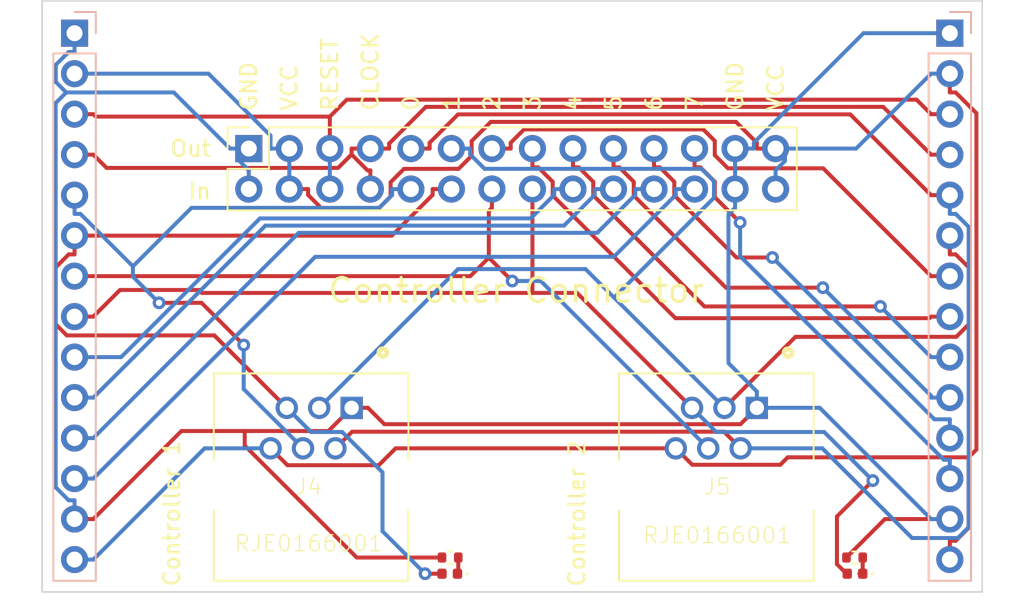
<source format=kicad_pcb>
(kicad_pcb (version 20221018) (generator pcbnew)
  (layers (0 "F.Cu" signal) (31 "B.Cu" signal) (34 "B.Paste" user) (35 "F.Paste" user) (36 "B.SilkS" user "B.Silkscreen") (37 "F.SilkS" user "F.Silkscreen") (38 "B.Mask" user) (39 "F.Mask" user) (44 "Edge.Cuts" user))
  (net 0 "")
  (net 1 "IN1")
  (net 2 "IN3")
  (net 3 "GND")
  (net 4 "VCC")
  (net 5 "RESET")
  (net 6 "CLOCK")
  (net 7 "OUT0")
  (net 8 "OUT1")
  (net 9 "OUT2")
  (net 10 "OUT3")
  (net 11 "OUT4")
  (net 12 "OUT5")
  (net 13 "OUT6")
  (net 14 "OUT7")
  (net 15 "IN0")
  (net 16 "IN2")
  (net 17 "IN4")
  (net 18 "IN5")
  (net 19 "IN6")
  (net 20 "IN7")
  (net 21 "Net-(D1-K)")
  (net 22 "Net-(D2-K)")
  (footprint "Resistor_SMD:R_0402_1005Metric" (layer "F.Cu") (at 105.789 87.249 180)
    (fp_text reference "R2" hide)
    (fp_text value "10k")
    (fp_line (start -0.153641 -0.38) (end 0.153641 -0.38) (stroke (width 0.12)) (layer "F.SilkS"))
    (fp_line (start -0.153641 0.38) (end 0.153641 0.38) (stroke (width 0.12)) (layer "F.SilkS"))
    (pad "1" smd roundrect (at -0.51 0 180) (size 0.54 0.64) (layers "F.Cu" "F.Paste" "F.Mask") (net 22 "Net-(D2-K)"))
    (pad "2" smd roundrect (at 0.51 0 180) (size 0.54 0.64) (layers "F.Cu" "F.Paste" "F.Mask") (net 3 "GND"))
  )
  (footprint "updated_libs:Connfly_RJ12_DS1133-S60BPX" (layer "F.Cu") (at 97.124 82.699)
    (fp_text reference "J5" (at 0.054 0.105) (layer "F.SilkS") (effects (font (thickness 0.08))))
    (fp_text value "RJE0166001" (at 0.054 3.153) (layer "F.SilkS") (effects (font (thickness 0.08))))
    (fp_line (start -6.1 -7) (end -6.1 -1.6) (stroke (width 0.12)) (layer "F.SilkS"))
    (fp_line (start -6.1 -7) (end 6.1 -7) (stroke (width 0.127)) (layer "F.SilkS"))
    (fp_line (start -6.1 6) (end -6.1 1.6) (stroke (width 0.127)) (layer "F.SilkS"))
    (fp_line (start 6.1 -7) (end 6.1 -1.6) (stroke (width 0.12)) (layer "F.SilkS"))
    (fp_line (start 6.1 1.6) (end 6.1 6) (stroke (width 0.127)) (layer "F.SilkS"))
    (fp_line (start 6.1 6) (end -6.1 6) (stroke (width 0.127)) (layer "F.SilkS"))
    (fp_circle (center 4.5 -8.3) (end 4.6 -8.3) (stroke (width 0.3)) (fill none) (layer "F.SilkS"))
    (pad "" np_thru_hole circle (at -6 0) (size 2.3 2.3) (drill 2.3) (layers "F&B.Cu" "*.Mask"))
    (pad "" np_thru_hole circle (at 6 0) (size 2.3 2.3) (drill 2.3) (layers "F&B.Cu" "*.Mask"))
    (pad "1" thru_hole rect (at 2.54 -4.84) (size 1.4 1.4) (drill 0.9) (layers "*.Cu" "*.Mask") (net 3 "GND"))
    (pad "2" thru_hole circle (at 1.524 -2.3) (size 1.4 1.4) (drill 0.9) (layers "*.Cu" "*.Mask") (net 7 "OUT0"))
    (pad "3" thru_hole circle (at 0.508 -4.84) (size 1.4 1.4) (drill 0.9) (layers "*.Cu" "*.Mask") (net 8 "OUT1"))
    (pad "4" thru_hole circle (at -0.508 -2.3) (size 1.4 1.4) (drill 0.9) (layers "*.Cu" "*.Mask") (net 16 "IN2"))
    (pad "5" thru_hole circle (at -1.524 -4.84) (size 1.4 1.4) (drill 0.9) (layers "*.Cu" "*.Mask") (net 2 "IN3"))
    (pad "6" thru_hole circle (at -2.54 -2.3) (size 1.4 1.4) (drill 0.9) (layers "*.Cu" "*.Mask") (net 4 "VCC"))
  )
  (footprint "LED_SMD:LED_0402_1005Metric" (layer "F.Cu") (at 80.414 88.265 180)
    (fp_text reference "D1" hide)
    (fp_text value "LED")
    (fp_circle (center -1.09 0) (end -1.04 0) (stroke (width 0.1)) (fill none) (layer "F.SilkS"))
    (pad "1" smd roundrect (at -0.485 0 180) (size 0.59 0.64) (layers "F.Cu" "F.Paste" "F.Mask") (net 21 "Net-(D1-K)"))
    (pad "2" smd roundrect (at 0.485 0 180) (size 0.59 0.64) (layers "F.Cu" "F.Paste" "F.Mask") (net 1 "IN1"))
  )
  (footprint "Resistor_SMD:R_0402_1005Metric" (layer "F.Cu") (at 80.439 87.249 180)
    (fp_text reference "R1" hide)
    (fp_text value "10k")
    (fp_line (start -0.153641 -0.38) (end 0.153641 -0.38) (stroke (width 0.12)) (layer "F.SilkS"))
    (fp_line (start -0.153641 0.38) (end 0.153641 0.38) (stroke (width 0.12)) (layer "F.SilkS"))
    (pad "1" smd roundrect (at -0.51 0 180) (size 0.54 0.64) (layers "F.Cu" "F.Paste" "F.Mask") (net 21 "Net-(D1-K)"))
    (pad "2" smd roundrect (at 0.51 0 180) (size 0.54 0.64) (layers "F.Cu" "F.Paste" "F.Mask") (net 3 "GND"))
  )
  (footprint "updated_libs:Connfly_RJ12_DS1133-S60BPX" (layer "F.Cu") (at 71.724 82.699)
    (fp_text reference "J4" (at -0.152 0.105) (layer "F.SilkS") (effects (font (thickness 0.08))))
    (fp_text value "RJE0166001" (at -0.152 3.661) (layer "F.SilkS") (effects (font (thickness 0.08))))
    (fp_line (start -6.1 -7) (end -6.1 -1.6) (stroke (width 0.12)) (layer "F.SilkS"))
    (fp_line (start -6.1 -7) (end 6.1 -7) (stroke (width 0.127)) (layer "F.SilkS"))
    (fp_line (start -6.1 6) (end -6.1 1.6) (stroke (width 0.127)) (layer "F.SilkS"))
    (fp_line (start 6.1 -7) (end 6.1 -1.6) (stroke (width 0.12)) (layer "F.SilkS"))
    (fp_line (start 6.1 1.6) (end 6.1 6) (stroke (width 0.127)) (layer "F.SilkS"))
    (fp_line (start 6.1 6) (end -6.1 6) (stroke (width 0.127)) (layer "F.SilkS"))
    (fp_circle (center 4.5 -8.3) (end 4.6 -8.3) (stroke (width 0.3)) (fill none) (layer "F.SilkS"))
    (pad "" np_thru_hole circle (at -6 0) (size 2.3 2.3) (drill 2.3) (layers "F&B.Cu" "*.Mask"))
    (pad "" np_thru_hole circle (at 6 0) (size 2.3 2.3) (drill 2.3) (layers "F&B.Cu" "*.Mask"))
    (pad "1" thru_hole rect (at 2.54 -4.84) (size 1.4 1.4) (drill 0.9) (layers "*.Cu" "*.Mask") (net 3 "GND"))
    (pad "2" thru_hole circle (at 1.524 -2.3) (size 1.4 1.4) (drill 0.9) (layers "*.Cu" "*.Mask") (net 7 "OUT0"))
    (pad "3" thru_hole circle (at 0.508 -4.84) (size 1.4 1.4) (drill 0.9) (layers "*.Cu" "*.Mask") (net 8 "OUT1"))
    (pad "4" thru_hole circle (at -0.508 -2.3) (size 1.4 1.4) (drill 0.9) (layers "*.Cu" "*.Mask") (net 15 "IN0"))
    (pad "5" thru_hole circle (at -1.524 -4.84) (size 1.4 1.4) (drill 0.9) (layers "*.Cu" "*.Mask") (net 1 "IN1"))
    (pad "6" thru_hole circle (at -2.54 -2.3) (size 1.4 1.4) (drill 0.9) (layers "*.Cu" "*.Mask") (net 4 "VCC"))
  )
  (footprint "Connector_PinSocket_2.54mm:PinSocket_2x14_P2.54mm_Vertical" (layer "F.Cu") (at 67.818 61.595 90)
    (fp_text reference "J3" hide)
    (fp_text value "Conn_02x14_Top_Bottom" hide)
    (fp_line (start -3.87 -1.33) (end -3.87 34.35) (stroke (width 0.12)) (layer "F.SilkS"))
    (fp_line (start -3.87 -1.33) (end -1.27 -1.33) (stroke (width 0.12)) (layer "F.SilkS"))
    (fp_line (start -3.87 34.35) (end 1.33 34.35) (stroke (width 0.12)) (layer "F.SilkS"))
    (fp_line (start -1.27 -1.33) (end -1.27 1.27) (stroke (width 0.12)) (layer "F.SilkS"))
    (fp_line (start -1.27 1.27) (end 1.33 1.27) (stroke (width 0.12)) (layer "F.SilkS"))
    (fp_line (start 0 -1.33) (end 1.33 -1.33) (stroke (width 0.12)) (layer "F.SilkS"))
    (fp_line (start 1.33 -1.33) (end 1.33 0) (stroke (width 0.12)) (layer "F.SilkS"))
    (fp_line (start 1.33 1.27) (end 1.33 34.35) (stroke (width 0.12)) (layer "F.SilkS"))
    (pad "1" thru_hole rect (at 0 0 90) (size 1.7 1.7) (drill 1) (layers "*.Cu" "*.Mask") (net 3 "GND"))
    (pad "2" thru_hole oval (at -2.54 0 90) (size 1.7 1.7) (drill 1) (layers "*.Cu" "*.Mask") (net 3 "GND"))
    (pad "3" thru_hole oval (at 0 2.54 90) (size 1.7 1.7) (drill 1) (layers "*.Cu" "*.Mask") (net 4 "VCC"))
    (pad "4" thru_hole oval (at -2.54 2.54 90) (size 1.7 1.7) (drill 1) (layers "*.Cu" "*.Mask") (net 4 "VCC"))
    (pad "5" thru_hole oval (at 0 5.08 90) (size 1.7 1.7) (drill 1) (layers "*.Cu" "*.Mask") (net 5 "RESET"))
    (pad "6" thru_hole oval (at -2.54 5.08 90) (size 1.7 1.7) (drill 1) (layers "*.Cu" "*.Mask") (net 5 "RESET"))
    (pad "7" thru_hole oval (at 0 7.62 90) (size 1.7 1.7) (drill 1) (layers "*.Cu" "*.Mask") (net 6 "CLOCK"))
    (pad "8" thru_hole oval (at -2.54 7.62 90) (size 1.7 1.7) (drill 1) (layers "*.Cu" "*.Mask") (net 6 "CLOCK"))
    (pad "9" thru_hole oval (at 0 10.16 90) (size 1.7 1.7) (drill 1) (layers "*.Cu" "*.Mask") (net 7 "OUT0"))
    (pad "10" thru_hole oval (at -2.54 10.16 90) (size 1.7 1.7) (drill 1) (layers "*.Cu" "*.Mask") (net 15 "IN0"))
    (pad "11" thru_hole oval (at 0 12.7 90) (size 1.7 1.7) (drill 1) (layers "*.Cu" "*.Mask") (net 8 "OUT1"))
    (pad "12" thru_hole oval (at -2.54 12.7 90) (size 1.7 1.7) (drill 1) (layers "*.Cu" "*.Mask") (net 1 "IN1"))
    (pad "13" thru_hole oval (at 0 15.24 90) (size 1.7 1.7) (drill 1) (layers "*.Cu" "*.Mask") (net 9 "OUT2"))
    (pad "14" thru_hole oval (at -2.54 15.24 90) (size 1.7 1.7) (drill 1) (layers "*.Cu" "*.Mask") (net 16 "IN2"))
    (pad "15" thru_hole oval (at 0 17.78 90) (size 1.7 1.7) (drill 1) (layers "*.Cu" "*.Mask") (net 10 "OUT3"))
    (pad "16" thru_hole oval (at -2.54 17.78 90) (size 1.7 1.7) (drill 1) (layers "*.Cu" "*.Mask") (net 2 "IN3"))
    (pad "17" thru_hole oval (at 0 20.32 90) (size 1.7 1.7) (drill 1) (layers "*.Cu" "*.Mask") (net 11 "OUT4"))
    (pad "18" thru_hole oval (at -2.54 20.32 90) (size 1.7 1.7) (drill 1) (layers "*.Cu" "*.Mask") (net 17 "IN4"))
    (pad "19" thru_hole oval (at 0 22.86 90) (size 1.7 1.7) (drill 1) (layers "*.Cu" "*.Mask") (net 12 "OUT5"))
    (pad "20" thru_hole oval (at -2.54 22.86 90) (size 1.7 1.7) (drill 1) (layers "*.Cu" "*.Mask") (net 18 "IN5"))
    (pad "21" thru_hole oval (at 0 25.4 90) (size 1.7 1.7) (drill 1) (layers "*.Cu" "*.Mask") (net 13 "OUT6"))
    (pad "22" thru_hole oval (at -2.54 25.4 90) (size 1.7 1.7) (drill 1) (layers "*.Cu" "*.Mask") (net 19 "IN6"))
    (pad "23" thru_hole oval (at 0 27.94 90) (size 1.7 1.7) (drill 1) (layers "*.Cu" "*.Mask") (net 14 "OUT7"))
    (pad "24" thru_hole oval (at -2.54 27.94 90) (size 1.7 1.7) (drill 1) (layers "*.Cu" "*.Mask") (net 20 "IN7"))
    (pad "25" thru_hole oval (at 0 30.48 90) (size 1.7 1.7) (drill 1) (layers "*.Cu" "*.Mask") (net 3 "GND"))
    (pad "26" thru_hole oval (at -2.54 30.48 90) (size 1.7 1.7) (drill 1) (layers "*.Cu" "*.Mask") (net 3 "GND"))
    (pad "27" thru_hole oval (at 0 33.02 90) (size 1.7 1.7) (drill 1) (layers "*.Cu" "*.Mask") (net 4 "VCC"))
    (pad "28" thru_hole oval (at -2.54 33.02 90) (size 1.7 1.7) (drill 1) (layers "*.Cu" "*.Mask") (net 4 "VCC"))
  )
  (footprint "LED_SMD:LED_0402_1005Metric" (layer "F.Cu") (at 105.814 88.265 180)
    (fp_text reference "D2" hide)
    (fp_text value "LED")
    (fp_circle (center -1.09 0) (end -1.04 0) (stroke (width 0.1)) (fill none) (layer "F.SilkS"))
    (pad "1" smd roundrect (at -0.485 0 180) (size 0.59 0.64) (layers "F.Cu" "F.Paste" "F.Mask") (net 22 "Net-(D2-K)"))
    (pad "2" smd roundrect (at 0.485 0 180) (size 0.59 0.64) (layers "F.Cu" "F.Paste" "F.Mask") (net 2 "IN3"))
  )
  (footprint "Connector_PinHeader_2.54mm:PinHeader_1x14_P2.54mm_Vertical" (layer "B.Cu") (at 56.896 54.356 180)
    (fp_text reference "J2" hide)
    (fp_text value "Conn_01x14")
    (fp_line (start -1.33 -34.35) (end 1.33 -34.35) (stroke (width 0.12)) (layer "B.SilkS"))
    (fp_line (start -1.33 -1.27) (end -1.33 -34.35) (stroke (width 0.12)) (layer "B.SilkS"))
    (fp_line (start -1.33 -1.27) (end 1.33 -1.27) (stroke (width 0.12)) (layer "B.SilkS"))
    (fp_line (start -1.33 0) (end -1.33 1.33) (stroke (width 0.12)) (layer "B.SilkS"))
    (fp_line (start -1.33 1.33) (end 0 1.33) (stroke (width 0.12)) (layer "B.SilkS"))
    (fp_line (start 1.33 -1.27) (end 1.33 -34.35) (stroke (width 0.12)) (layer "B.SilkS"))
    (pad "1" thru_hole rect (at 0 0 180) (size 1.7 1.7) (drill 1) (layers "*.Cu" "*.Mask") (net 3 "GND"))
    (pad "2" thru_hole oval (at 0 -2.54 180) (size 1.7 1.7) (drill 1) (layers "*.Cu" "*.Mask") (net 4 "VCC"))
    (pad "3" thru_hole oval (at 0 -5.08 180) (size 1.7 1.7) (drill 1) (layers "*.Cu" "*.Mask") (net 5 "RESET"))
    (pad "4" thru_hole oval (at 0 -7.62 180) (size 1.7 1.7) (drill 1) (layers "*.Cu" "*.Mask") (net 6 "CLOCK"))
    (pad "5" thru_hole oval (at 0 -10.16 180) (size 1.7 1.7) (drill 1) (layers "*.Cu" "*.Mask") (net 15 "IN0"))
    (pad "6" thru_hole oval (at 0 -12.7 180) (size 1.7 1.7) (drill 1) (layers "*.Cu" "*.Mask") (net 1 "IN1"))
    (pad "7" thru_hole oval (at 0 -15.24 180) (size 1.7 1.7) (drill 1) (layers "*.Cu" "*.Mask") (net 16 "IN2"))
    (pad "8" thru_hole oval (at 0 -17.78 180) (size 1.7 1.7) (drill 1) (layers "*.Cu" "*.Mask") (net 2 "IN3"))
    (pad "9" thru_hole oval (at 0 -20.32 180) (size 1.7 1.7) (drill 1) (layers "*.Cu" "*.Mask") (net 17 "IN4"))
    (pad "10" thru_hole oval (at 0 -22.86 180) (size 1.7 1.7) (drill 1) (layers "*.Cu" "*.Mask") (net 18 "IN5"))
    (pad "11" thru_hole oval (at 0 -25.4 180) (size 1.7 1.7) (drill 1) (layers "*.Cu" "*.Mask") (net 19 "IN6"))
    (pad "12" thru_hole oval (at 0 -27.94 180) (size 1.7 1.7) (drill 1) (layers "*.Cu" "*.Mask") (net 20 "IN7"))
    (pad "13" thru_hole oval (at 0 -30.48 180) (size 1.7 1.7) (drill 1) (layers "*.Cu" "*.Mask") (net 3 "GND"))
    (pad "14" thru_hole oval (at 0 -33.02 180) (size 1.7 1.7) (drill 1) (layers "*.Cu" "*.Mask") (net 4 "VCC"))
  )
  (footprint "Connector_PinHeader_2.54mm:PinHeader_1x14_P2.54mm_Vertical" (layer "B.Cu") (at 111.76 54.356 180)
    (fp_text reference "J1" hide)
    (fp_text value "Conn_01x14")
    (fp_line (start -1.33 -34.35) (end 1.33 -34.35) (stroke (width 0.12)) (layer "B.SilkS"))
    (fp_line (start -1.33 -1.27) (end -1.33 -34.35) (stroke (width 0.12)) (layer "B.SilkS"))
    (fp_line (start -1.33 -1.27) (end 1.33 -1.27) (stroke (width 0.12)) (layer "B.SilkS"))
    (fp_line (start -1.33 0) (end -1.33 1.33) (stroke (width 0.12)) (layer "B.SilkS"))
    (fp_line (start -1.33 1.33) (end 0 1.33) (stroke (width 0.12)) (layer "B.SilkS"))
    (fp_line (start 1.33 -1.27) (end 1.33 -34.35) (stroke (width 0.12)) (layer "B.SilkS"))
    (pad "1" thru_hole rect (at 0 0 180) (size 1.7 1.7) (drill 1) (layers "*.Cu" "*.Mask") (net 3 "GND"))
    (pad "2" thru_hole oval (at 0 -2.54 180) (size 1.7 1.7) (drill 1) (layers "*.Cu" "*.Mask") (net 4 "VCC"))
    (pad "3" thru_hole oval (at 0 -5.08 180) (size 1.7 1.7) (drill 1) (layers "*.Cu" "*.Mask") (net 5 "RESET"))
    (pad "4" thru_hole oval (at 0 -7.62 180) (size 1.7 1.7) (drill 1) (layers "*.Cu" "*.Mask") (net 6 "CLOCK"))
    (pad "5" thru_hole oval (at 0 -10.16 180) (size 1.7 1.7) (drill 1) (layers "*.Cu" "*.Mask") (net 7 "OUT0"))
    (pad "6" thru_hole oval (at 0 -12.7 180) (size 1.7 1.7) (drill 1) (layers "*.Cu" "*.Mask") (net 8 "OUT1"))
    (pad "7" thru_hole oval (at 0 -15.24 180) (size 1.7 1.7) (drill 1) (layers "*.Cu" "*.Mask") (net 9 "OUT2"))
    (pad "8" thru_hole oval (at 0 -17.78 180) (size 1.7 1.7) (drill 1) (layers "*.Cu" "*.Mask") (net 10 "OUT3"))
    (pad "9" thru_hole oval (at 0 -20.32 180) (size 1.7 1.7) (drill 1) (layers "*.Cu" "*.Mask") (net 11 "OUT4"))
    (pad "10" thru_hole oval (at 0 -22.86 180) (size 1.7 1.7) (drill 1) (layers "*.Cu" "*.Mask") (net 12 "OUT5"))
    (pad "11" thru_hole oval (at 0 -25.4 180) (size 1.7 1.7) (drill 1) (layers "*.Cu" "*.Mask") (net 13 "OUT6"))
    (pad "12" thru_hole oval (at 0 -27.94 180) (size 1.7 1.7) (drill 1) (layers "*.Cu" "*.Mask") (net 14 "OUT7"))
    (pad "13" thru_hole oval (at 0 -30.48 180) (size 1.7 1.7) (drill 1) (layers "*.Cu" "*.Mask") (net 3 "GND"))
    (pad "14" thru_hole oval (at 0 -33.02 180) (size 1.7 1.7) (drill 1) (layers "*.Cu" "*.Mask") (net 4 "VCC"))
  )
  (gr_line (start 113.792 89.408) (end 113.792 52.324) (stroke (width 0.1)) (layer "Edge.Cuts"))
  (gr_line (start 113.792 52.324) (end 54.864 52.324) (stroke (width 0.1)) (layer "Edge.Cuts"))
  (gr_line (start 54.864 89.408) (end 113.792 89.408) (stroke (width 0.1)) (layer "Edge.Cuts"))
  (gr_line (start 54.864 52.324) (end 54.864 89.408) (stroke (width 0.1)) (layer "Edge.Cuts"))
  (gr_text "6" (at 93.218 59.309 90) (layer "F.SilkS") (effects (font (size 1 1)) (justify left)))
  (gr_text "1" (at 80.518 59.309 90) (layer "F.SilkS") (effects (font (size 1 1)) (justify left)))
  (gr_text "CLOCK" (at 75.438 59.309 90) (layer "F.SilkS") (effects (font (size 1 1)) (justify left)))
  (gr_text "In" (at 65.532 64.262) (layer "F.SilkS") (effects (font (size 1 1)) (justify right)))
  (gr_text "Controller Connector" (at 84.582 71.374) (layer "F.SilkS") (effects (font (size 1.5 1.5) (thickness 0.2)) (justify bottom)))
  (gr_text "GND" (at 67.818 59.309 90) (layer "F.SilkS") (effects (font (size 1 1)) (justify left)))
  (gr_text "7" (at 95.758 59.309 90) (layer "F.SilkS") (effects (font (size 1 1)) (justify left)))
  (gr_text "Controller 1" (at 62.992 89.154 90) (layer "F.SilkS") (effects (font (size 1 1)) (justify left)))
  (gr_text "2" (at 83.058 59.309 90) (layer "F.SilkS") (effects (font (size 1 1)) (justify left)))
  (gr_text "VCC" (at 70.358 59.309 90) (layer "F.SilkS") (effects (font (size 1 1)) (justify left)))
  (gr_text "4" (at 88.138 59.309 90) (layer "F.SilkS") (effects (font (size 1 1)) (justify left)))
  (gr_text "Out" (at 65.532 61.595) (layer "F.SilkS") (effects (font (size 1 1)) (justify right)))
  (gr_text "0" (at 77.978 59.309 90) (layer "F.SilkS") (effects (font (size 1 1)) (justify left)))
  (gr_text "VCC" (at 100.838 59.309 90) (layer "F.SilkS") (effects (font (size 1 1)) (justify left)))
  (gr_text "RESET" (at 72.898 59.309 90) (layer "F.SilkS") (effects (font (size 1 1)) (justify left)))
  (gr_text "GND" (at 98.298 59.309 90) (layer "F.SilkS") (effects (font (size 1 1)) (justify left)))
  (gr_text "5" (at 90.678 59.309 90) (layer "F.SilkS") (effects (font (size 1 1)) (justify left)))
  (gr_text "3" (at 85.598 59.309 90) (layer "F.SilkS") (effects (font (size 1 1)) (justify left)))
  (gr_text "Controller 2" (at 88.392 89.154 90) (layer "F.SilkS") (effects (font (size 1 1)) (justify left)))
  (segment (start 56.896 68.2329) (end 56.5302 68.2329) (width 0.25) (layer "F.Cu") (net 1))
  (segment (start 65.6569 73.3159) (end 70.2 77.859) (width 0.25) (layer "F.Cu") (net 1))
  (segment (start 56.896 67.056) (end 56.896 68.2329) (width 0.25) (layer "F.Cu") (net 1))
  (segment (start 56.5302 68.2329) (end 55.7064 69.0567) (width 0.25) (layer "F.Cu") (net 1))
  (segment (start 78.867 88.265) (end 79.929 88.265) (width 0.25) (layer "F.Cu") (net 1))
  (segment (start 80.518 64.135) (end 79.3411 64.135) (width 0.25) (layer "F.Cu") (net 1))
  (segment (start 56.4115 73.3159) (end 65.6569 73.3159) (width 0.25) (layer "F.Cu") (net 1))
  (segment (start 55.7064 69.0567) (end 55.7064 72.6108) (width 0.25) (layer "F.Cu") (net 1))
  (segment (start 79.3411 64.135) (end 79.3411 64.5008) (width 0.25) (layer "F.Cu") (net 1))
  (segment (start 76.7859 67.056) (end 56.896 67.056) (width 0.25) (layer "F.Cu") (net 1))
  (segment (start 79.3411 64.5008) (end 76.7859 67.056) (width 0.25) (layer "F.Cu") (net 1))
  (segment (start 55.7064 72.6108) (end 56.4115 73.3159) (width 0.25) (layer "F.Cu") (net 1))
  (via (at 78.867 88.265) (size 0.8) (drill 0.4) (layers "F.Cu" "B.Cu") (net 1))
  (segment (start 71.715 79.374) (end 73.672569 79.374) (width 0.25) (layer "B.Cu") (net 1))
  (segment (start 76.199 81.900431) (end 76.199 85.597) (width 0.25) (layer "B.Cu") (net 1))
  (segment (start 73.672569 79.374) (end 76.199 81.900431) (width 0.25) (layer "B.Cu") (net 1))
  (segment (start 76.199 85.597) (end 78.867 88.265) (width 0.25) (layer "B.Cu") (net 1))
  (segment (start 70.2 77.859) (end 71.715 79.374) (width 0.25) (layer "B.Cu") (net 1))
  (segment (start 104.684 84.673) (end 104.684 87.666) (width 0.25) (layer "F.Cu") (net 2))
  (segment (start 85.598 64.135) (end 85.598 65.3119) (width 0.25) (layer "F.Cu") (net 2))
  (segment (start 59.7441 70.4648) (end 58.0729 72.136) (width 0.25) (layer "F.Cu") (net 2))
  (segment (start 105.283 88.265) (end 105.329 88.265) (width 0.25) (layer "F.Cu") (net 2))
  (segment (start 56.896 72.136) (end 58.0729 72.136) (width 0.25) (layer "F.Cu") (net 2))
  (segment (start 64.8748 70.6514) (end 64.6882 70.4648) (width 0.25) (layer "F.Cu") (net 2))
  (segment (start 64.6882 70.4648) (end 59.7441 70.4648) (width 0.25) (layer "F.Cu") (net 2))
  (segment (start 95.6 77.859) (end 88.3924 70.6514) (width 0.25) (layer "F.Cu") (net 2))
  (segment (start 88.3924 70.6514) (end 85.598 70.6514) (width 0.25) (layer "F.Cu") (net 2))
  (segment (start 85.598 70.6514) (end 64.8748 70.6514) (width 0.25) (layer "F.Cu") (net 2))
  (segment (start 104.684 87.666) (end 105.283 88.265) (width 0.25) (layer "F.Cu") (net 2))
  (segment (start 106.934 82.423) (end 104.684 84.673) (width 0.25) (layer "F.Cu") (net 2))
  (segment (start 85.598 70.6514) (end 85.598 65.3119) (width 0.25) (layer "F.Cu") (net 2))
  (via (at 106.934 82.423) (size 0.8) (drill 0.4) (layers "F.Cu" "B.Cu") (net 2))
  (segment (start 97.115 79.374) (end 103.885 79.374) (width 0.25) (layer "B.Cu") (net 2))
  (segment (start 103.885 79.374) (end 106.934 82.423) (width 0.25) (layer "B.Cu") (net 2))
  (segment (start 95.6 77.859) (end 97.115 79.374) (width 0.25) (layer "B.Cu") (net 2))
  (segment (start 106.934 82.423) (end 106.8705 82.3595) (width 0.25) (layer "B.Cu") (net 2))
  (segment (start 74.264 77.859) (end 75.2909 77.859) (width 0.25) (layer "F.Cu") (net 3))
  (segment (start 76.3178 78.8859) (end 75.2909 77.859) (width 0.25) (layer "F.Cu") (net 3))
  (segment (start 63.5964 79.3125) (end 67.564 79.3125) (width 0.25) (layer "F.Cu") (net 3))
  (segment (start 107.692 84.836) (end 111.76 84.836) (width 0.25) (layer "F.Cu") (net 3))
  (segment (start 56.896 84.836) (end 58.0729 84.836) (width 0.25) (layer "F.Cu") (net 3))
  (segment (start 74.584431 87.249) (end 67.564 80.228569) (width 0.25) (layer "F.Cu") (net 3))
  (segment (start 72.8105 79.3125) (end 74.264 77.859) (width 0.25) (layer "F.Cu") (net 3))
  (segment (start 79.929 87.249) (end 74.584431 87.249) (width 0.25) (layer "F.Cu") (net 3))
  (segment (start 67.564 79.3125) (end 72.8105 79.3125) (width 0.25) (layer "F.Cu") (net 3))
  (segment (start 105.279 87.249) (end 107.692 84.836) (width 0.25) (layer "F.Cu") (net 3))
  (segment (start 58.0729 84.836) (end 63.5964 79.3125) (width 0.25) (layer "F.Cu") (net 3))
  (segment (start 67.564 80.228569) (end 67.564 79.3125) (width 0.25) (layer "F.Cu") (net 3))
  (segment (start 99.664 77.859) (end 98.6371 78.8859) (width 0.25) (layer "F.Cu") (net 3))
  (segment (start 98.6371 78.8859) (end 76.3178 78.8859) (width 0.25) (layer "F.Cu") (net 3))
  (segment (start 67.818 64.135) (end 67.818 62.9581) (width 0.25) (layer "B.Cu") (net 3))
  (segment (start 97.8852 75.0533) (end 97.8852 65.7247) (width 0.25) (layer "B.Cu") (net 3))
  (segment (start 98.298 64.135) (end 98.298 61.595) (width 0.25) (layer "B.Cu") (net 3))
  (segment (start 98.298 61.595) (end 99.4749 61.595) (width 0.25) (layer "B.Cu") (net 3))
  (segment (start 106.3481 54.356) (end 99.4749 61.2292) (width 0.25) (layer "B.Cu") (net 3))
  (segment (start 55.7191 56.3419) (end 55.7191 57.4155) (width 0.25) (layer "B.Cu") (net 3))
  (segment (start 56.5281 55.5329) (end 55.7191 56.3419) (width 0.25) (layer "B.Cu") (net 3))
  (segment (start 55.7138 82.8447) (end 55.7138 58.7356) (width 0.25) (layer "B.Cu") (net 3))
  (segment (start 55.7138 58.7356) (end 56.3765 58.0729) (width 0.25) (layer "B.Cu") (net 3))
  (segment (start 99.664 77.859) (end 99.664 76.8321) (width 0.25) (layer "B.Cu") (net 3))
  (segment (start 56.3765 58.0729) (end 63.119 58.0729) (width 0.25) (layer "B.Cu") (net 3))
  (segment (start 111.76 54.356) (end 106.3481 54.356) (width 0.25) (layer "B.Cu") (net 3))
  (segment (start 110.5831 84.836) (end 103.6061 77.859) (width 0.25) (layer "B.Cu") (net 3))
  (segment (start 103.6061 77.859) (end 99.664 77.859) (width 0.25) (layer "B.Cu") (net 3))
  (segment (start 56.5282 83.6591) (end 55.7138 82.8447) (width 0.25) (layer "B.Cu") (net 3))
  (segment (start 99.664 76.8321) (end 97.8852 75.0533) (width 0.25) (layer "B.Cu") (net 3))
  (segment (start 56.896 54.356) (end 56.896 55.5329) (width 0.25) (layer "B.Cu") (net 3))
  (segment (start 67.818 61.595) (end 67.2296 61.595) (width 0.25) (layer "B.Cu") (net 3))
  (segment (start 67.2296 61.595) (end 66.6411 61.595) (width 0.25) (layer "B.Cu") (net 3))
  (segment (start 67.2296 62.3697) (end 67.818 62.9581) (width 0.25) (layer "B.Cu") (net 3))
  (segment (start 56.896 84.836) (end 56.896 83.6591) (width 0.25) (layer "B.Cu") (net 3))
  (segment (start 56.896 55.5329) (end 56.5281 55.5329) (width 0.25) (layer "B.Cu") (net 3))
  (segment (start 63.119 58.0729) (end 66.6411 61.595) (width 0.25) (layer "B.Cu") (net 3))
  (segment (start 97.8852 65.7247) (end 98.298 65.3119) (width 0.25) (layer "B.Cu") (net 3))
  (segment (start 55.7191 57.4155) (end 56.3765 58.0729) (width 0.25) (layer "B.Cu") (net 3))
  (segment (start 98.298 64.135) (end 98.298 65.3119) (width 0.25) (layer "B.Cu") (net 3))
  (segment (start 67.2296 61.595) (end 67.2296 62.3697) (width 0.25) (layer "B.Cu") (net 3))
  (segment (start 56.896 83.6591) (end 56.5282 83.6591) (width 0.25) (layer "B.Cu") (net 3))
  (segment (start 99.4749 61.2292) (end 99.4749 61.595) (width 0.25) (layer "B.Cu") (net 3))
  (segment (start 111.76 84.836) (end 110.5831 84.836) (width 0.25) (layer "B.Cu") (net 3))
  (segment (start 77.5471 62.865) (end 80.969 62.865) (width 0.25) (layer "F.Cu") (net 4))
  (segment (start 111.76 86.1991) (end 112.1278 86.1991) (width 0.25) (layer "F.Cu") (net 4))
  (segment (start 77.024 80.399) (end 75.9649 81.4581) (width 0.25) (layer "F.Cu") (net 4))
  (segment (start 95.6188 81.4338) (end 94.584 80.399) (width 0.25) (layer "F.Cu") (net 4))
  (segment (start 76.708 63.7041) (end 77.5471 62.865) (width 0.25) (layer "F.Cu") (net 4))
  (segment (start 112.1278 86.1991) (end 112.9382 85.3887) (width 0.25) (layer "F.Cu") (net 4))
  (segment (start 112.9382 85.3887) (end 112.9382 80.9637) (width 0.25) (layer "F.Cu") (net 4))
  (segment (start 70.2431 81.4581) (end 69.184 80.399) (width 0.25) (layer "F.Cu") (net 4))
  (segment (start 112.9382 80.9637) (end 101.5977 80.9637) (width 0.25) (layer "F.Cu") (net 4))
  (segment (start 99.6611 61.2272) (end 99.6611 61.595) (width 0.25) (layer "F.Cu") (net 4))
  (segment (start 81.788 61.1212) (end 82.988 59.9212) (width 0.25) (layer "F.Cu") (net 4))
  (segment (start 71.5349 64.135) (end 71.5349 64.5008) (width 0.25) (layer "F.Cu") (net 4))
  (segment (start 111.76 56.896) (end 111.76 58.0729) (width 0.25) (layer "F.Cu") (net 4))
  (segment (start 80.969 62.865) (end 81.788 62.046) (width 0.25) (layer "F.Cu") (net 4))
  (segment (start 112.1258 58.0729) (end 111.76 58.0729) (width 0.25) (layer "F.Cu") (net 4))
  (segment (start 101.1276 81.4338) (end 95.6188 81.4338) (width 0.25) (layer "F.Cu") (net 4))
  (segment (start 100.838 61.595) (end 99.6611 61.595) (width 0.25) (layer "F.Cu") (net 4))
  (segment (start 75.9709 65.3447) (end 76.708 64.6076) (width 0.25) (layer "F.Cu") (net 4))
  (segment (start 94.584 80.399) (end 77.024 80.399) (width 0.25) (layer "F.Cu") (net 4))
  (segment (start 76.708 64.6076) (end 76.708 63.7041) (width 0.25) (layer "F.Cu") (net 4))
  (segment (start 71.5349 64.5008) (end 72.3788 65.3447) (width 0.25) (layer "F.Cu") (net 4))
  (segment (start 98.3551 59.9212) (end 99.6611 61.2272) (width 0.25) (layer "F.Cu") (net 4))
  (segment (start 70.358 64.135) (end 71.5349 64.135) (width 0.25) (layer "F.Cu") (net 4))
  (segment (start 112.9382 80.9637) (end 113.4259 80.476) (width 0.25) (layer "F.Cu") (net 4))
  (segment (start 82.988 59.9212) (end 98.3551 59.9212) (width 0.25) (layer "F.Cu") (net 4))
  (segment (start 111.76 87.376) (end 111.76 86.1991) (width 0.25) (layer "F.Cu") (net 4))
  (segment (start 113.4259 80.476) (end 113.4259 59.373) (width 0.25) (layer "F.Cu") (net 4))
  (segment (start 113.4259 59.373) (end 112.1258 58.0729) (width 0.25) (layer "F.Cu") (net 4))
  (segment (start 81.788 62.046) (end 81.788 61.1212) (width 0.25) (layer "F.Cu") (net 4))
  (segment (start 101.5977 80.9637) (end 101.1276 81.4338) (width 0.25) (layer "F.Cu") (net 4))
  (segment (start 72.3788 65.3447) (end 75.9709 65.3447) (width 0.25) (layer "F.Cu") (net 4))
  (segment (start 75.9649 81.4581) (end 70.2431 81.4581) (width 0.25) (layer "F.Cu") (net 4))
  (segment (start 100.838 64.135) (end 100.838 62.9581) (width 0.25) (layer "B.Cu") (net 4))
  (segment (start 100.838 61.595) (end 101.4265 61.595) (width 0.25) (layer "B.Cu") (net 4))
  (segment (start 110.5831 56.896) (end 105.8841 61.595) (width 0.25) (layer "B.Cu") (net 4))
  (segment (start 56.896 87.376) (end 58.0729 87.376) (width 0.25) (layer "B.Cu") (net 4))
  (segment (start 58.0729 87.376) (end 65.0499 80.399) (width 0.25) (layer "B.Cu") (net 4))
  (segment (start 69.1811 60.7859) (end 65.2912 56.896) (width 0.25) (layer "B.Cu") (net 4))
  (segment (start 101.4265 62.3696) (end 100.838 62.9581) (width 0.25) (layer "B.Cu") (net 4))
  (segment (start 70.358 61.595) (end 69.1811 61.595) (width 0.25) (layer "B.Cu") (net 4))
  (segment (start 65.0499 80.399) (end 69.184 80.399) (width 0.25) (layer "B.Cu") (net 4))
  (segment (start 105.8841 61.595) (end 101.4265 61.595) (width 0.25) (layer "B.Cu") (net 4))
  (segment (start 111.76 56.896) (end 110.5831 56.896) (width 0.25) (layer "B.Cu") (net 4))
  (segment (start 101.4265 61.595) (end 101.4265 62.3696) (width 0.25) (layer "B.Cu") (net 4))
  (segment (start 70.358 64.135) (end 70.358 61.595) (width 0.25) (layer "B.Cu") (net 4))
  (segment (start 69.1811 61.595) (end 69.1811 60.7859) (width 0.25) (layer "B.Cu") (net 4))
  (segment (start 65.2912 56.896) (end 56.896 56.896) (width 0.25) (layer "B.Cu") (net 4))
  (segment (start 72.898 61.595) (end 72.898 60.4181) (width 0.25) (layer "F.Cu") (net 5))
  (segment (start 58.2261 59.5892) (end 58.0729 59.436) (width 0.25) (layer "F.Cu") (net 5))
  (segment (start 56.896 59.436) (end 58.0729 59.436) (width 0.25) (layer "F.Cu") (net 5))
  (segment (start 110.5831 59.436) (end 109.6747 58.5276) (width 0.25) (layer "F.Cu") (net 5))
  (segment (start 72.898 59.5892) (end 58.2261 59.5892) (width 0.25) (layer "F.Cu") (net 5))
  (segment (start 72.898 59.5892) (end 72.898 60.4181) (width 0.25) (layer "F.Cu") (net 5))
  (segment (start 111.76 59.436) (end 110.5831 59.436) (width 0.25) (layer "F.Cu") (net 5))
  (segment (start 109.6747 58.5276) (end 73.9596 58.5276) (width 0.25) (layer "F.Cu") (net 5))
  (segment (start 73.9596 58.5276) (end 72.898 59.5892) (width 0.25) (layer "F.Cu") (net 5))
  (segment (start 72.898 64.135) (end 72.898 61.595) (width 0.25) (layer "B.Cu") (net 5))
  (segment (start 73.4146 62.8093) (end 58.9062 62.8093) (width 0.25) (layer "F.Cu") (net 6))
  (segment (start 75.2564 62.9581) (end 75.438 62.9581) (width 0.25) (layer "F.Cu") (net 6))
  (segment (start 78.9144 58.9795) (end 76.6149 61.279) (width 0.25) (layer "F.Cu") (net 6))
  (segment (start 74.2611 61.9628) (end 73.4146 62.8093) (width 0.25) (layer "F.Cu") (net 6))
  (segment (start 75.438 64.135) (end 75.438 62.9581) (width 0.25) (layer "F.Cu") (net 6))
  (segment (start 110.5831 61.976) (end 107.5866 58.9795) (width 0.25) (layer "F.Cu") (net 6))
  (segment (start 75.438 61.595) (end 76.6149 61.595) (width 0.25) (layer "F.Cu") (net 6))
  (segment (start 76.6149 61.279) (end 76.6149 61.595) (width 0.25) (layer "F.Cu") (net 6))
  (segment (start 74.2611 61.595) (end 74.2611 61.9628) (width 0.25) (layer "F.Cu") (net 6))
  (segment (start 58.9062 62.8093) (end 58.0729 61.976) (width 0.25) (layer "F.Cu") (net 6))
  (segment (start 111.76 61.976) (end 110.5831 61.976) (width 0.25) (layer "F.Cu") (net 6))
  (segment (start 75.438 61.595) (end 74.2611 61.595) (width 0.25) (layer "F.Cu") (net 6))
  (segment (start 56.896 61.976) (end 58.0729 61.976) (width 0.25) (layer "F.Cu") (net 6))
  (segment (start 107.5866 58.9795) (end 78.9144 58.9795) (width 0.25) (layer "F.Cu") (net 6))
  (segment (start 74.2611 61.9628) (end 75.2564 62.9581) (width 0.25) (layer "F.Cu") (net 6))
  (segment (start 74.2921 79.3549) (end 97.6039 79.3549) (width 0.25) (layer "F.Cu") (net 7))
  (segment (start 80.9338 59.4503) (end 79.1549 61.2292) (width 0.25) (layer "F.Cu") (net 7))
  (segment (start 77.978 61.595) (end 79.1549 61.595) (width 0.25) (layer "F.Cu") (net 7))
  (segment (start 97.6039 79.3549) (end 98.648 80.399) (width 0.25) (layer "F.Cu") (net 7))
  (segment (start 105.5174 59.4503) (end 80.9338 59.4503) (width 0.25) (layer "F.Cu") (net 7))
  (segment (start 111.76 64.516) (end 110.5831 64.516) (width 0.25) (layer "F.Cu") (net 7))
  (segment (start 73.248 80.399) (end 74.2921 79.3549) (width 0.25) (layer "F.Cu") (net 7))
  (segment (start 79.1549 61.2292) (end 79.1549 61.595) (width 0.25) (layer "F.Cu") (net 7))
  (segment (start 110.5831 64.516) (end 105.5174 59.4503) (width 0.25) (layer "F.Cu") (net 7))
  (segment (start 112.9394 66.5045) (end 112.9394 85.345) (width 0.25) (layer "B.Cu") (net 7))
  (segment (start 103.7654 80.399) (end 98.648 80.399) (width 0.25) (layer "B.Cu") (net 7))
  (segment (start 112.9394 85.345) (end 112.2596 86.0248) (width 0.25) (layer "B.Cu") (net 7))
  (segment (start 112.2596 86.0248) (end 109.3912 86.0248) (width 0.25) (layer "B.Cu") (net 7))
  (segment (start 112.1278 65.6929) (end 112.9394 66.5045) (width 0.25) (layer "B.Cu") (net 7))
  (segment (start 111.76 64.516) (end 111.76 65.6929) (width 0.25) (layer "B.Cu") (net 7))
  (segment (start 111.76 65.6929) (end 112.1278 65.6929) (width 0.25) (layer "B.Cu") (net 7))
  (segment (start 109.3912 86.0248) (end 103.7654 80.399) (width 0.25) (layer "B.Cu") (net 7))
  (segment (start 111.76 67.056) (end 111.76 68.2329) (width 0.25) (layer "F.Cu") (net 8))
  (segment (start 112.9547 69.0598) (end 112.9547 72.6142) (width 0.25) (layer "F.Cu") (net 8))
  (segment (start 111.76 68.2329) (end 112.1278 68.2329) (width 0.25) (layer "F.Cu") (net 8))
  (segment (start 112.1278 68.2329) (end 112.9547 69.0598) (width 0.25) (layer "F.Cu") (net 8))
  (segment (start 112.1629 73.406) (end 102.085 73.406) (width 0.25) (layer "F.Cu") (net 8))
  (segment (start 112.9547 72.6142) (end 112.1629 73.406) (width 0.25) (layer "F.Cu") (net 8))
  (segment (start 102.085 73.406) (end 97.632 77.859) (width 0.25) (layer "F.Cu") (net 8))
  (segment (start 90.7149 70.9418) (end 88.927 69.154) (width 0.25) (layer "B.Cu") (net 8))
  (segment (start 96.9756 64.6811) (end 90.7149 70.9418) (width 0.25) (layer "B.Cu") (net 8))
  (segment (start 80.937 69.154) (end 72.232 77.859) (width 0.25) (layer "B.Cu") (net 8))
  (segment (start 90.7149 70.9418) (end 97.632 77.859) (width 0.25) (layer "B.Cu") (net 8))
  (segment (start 82.5971 62.865) (end 96.1889 62.865) (width 0.25) (layer "B.Cu") (net 8))
  (segment (start 81.6949 61.9628) (end 82.5971 62.865) (width 0.25) (layer "B.Cu") (net 8))
  (segment (start 80.518 61.595) (end 81.6949 61.595) (width 0.25) (layer "B.Cu") (net 8))
  (segment (start 88.927 69.154) (end 80.937 69.154) (width 0.25) (layer "B.Cu") (net 8))
  (segment (start 96.9756 63.6517) (end 96.9756 64.6811) (width 0.25) (layer "B.Cu") (net 8))
  (segment (start 81.6949 61.595) (end 81.6949 61.9628) (width 0.25) (layer "B.Cu") (net 8))
  (segment (start 96.1889 62.865) (end 96.9756 63.6517) (width 0.25) (layer "B.Cu") (net 8))
  (segment (start 96.3067 60.3941) (end 85.07 60.3941) (width 0.25) (layer "F.Cu") (net 9))
  (segment (start 110.5831 69.596) (end 103.8203 62.8332) (width 0.25) (layer "F.Cu") (net 9))
  (segment (start 103.8203 62.8332) (end 97.8512 62.8332) (width 0.25) (layer "F.Cu") (net 9))
  (segment (start 97.028 61.1154) (end 96.3067 60.3941) (width 0.25) (layer "F.Cu") (net 9))
  (segment (start 85.07 60.3941) (end 84.2349 61.2292) (width 0.25) (layer "F.Cu") (net 9))
  (segment (start 83.058 61.595) (end 84.2349 61.595) (width 0.25) (layer "F.Cu") (net 9))
  (segment (start 111.76 69.596) (end 110.5831 69.596) (width 0.25) (layer "F.Cu") (net 9))
  (segment (start 84.2349 61.2292) (end 84.2349 61.595) (width 0.25) (layer "F.Cu") (net 9))
  (segment (start 97.028 62.01) (end 97.028 61.1154) (width 0.25) (layer "F.Cu") (net 9))
  (segment (start 97.8512 62.8332) (end 97.028 62.01) (width 0.25) (layer "F.Cu") (net 9))
  (segment (start 86.868 64.5389) (end 94.5642 72.2351) (width 0.25) (layer "F.Cu") (net 10))
  (segment (start 94.5642 72.2351) (end 110.484 72.2351) (width 0.25) (layer "F.Cu") (net 10))
  (segment (start 86.868 63.6761) (end 86.868 64.5389) (width 0.25) (layer "F.Cu") (net 10))
  (segment (start 110.484 72.2351) (end 110.5831 72.136) (width 0.25) (layer "F.Cu") (net 10))
  (segment (start 111.76 72.136) (end 110.5831 72.136) (width 0.25) (layer "F.Cu") (net 10))
  (segment (start 85.598 61.595) (end 85.598 62.7719) (width 0.25) (layer "F.Cu") (net 10))
  (segment (start 85.9638 62.7719) (end 86.868 63.6761) (width 0.25) (layer "F.Cu") (net 10))
  (segment (start 85.598 62.7719) (end 85.9638 62.7719) (width 0.25) (layer "F.Cu") (net 10))
  (segment (start 89.408 63.6761) (end 89.408 64.5296) (width 0.25) (layer "F.Cu") (net 11))
  (segment (start 88.5038 62.7719) (end 89.408 63.6761) (width 0.25) (layer "F.Cu") (net 11))
  (segment (start 96.3768 71.4984) (end 107.4055 71.4984) (width 0.25) (layer "F.Cu") (net 11))
  (segment (start 88.138 61.595) (end 88.138 62.7719) (width 0.25) (layer "F.Cu") (net 11))
  (segment (start 89.408 64.5296) (end 96.3768 71.4984) (width 0.25) (layer "F.Cu") (net 11))
  (segment (start 88.138 62.7719) (end 88.5038 62.7719) (width 0.25) (layer "F.Cu") (net 11))
  (via (at 107.4055 71.4984) (size 0.8) (drill 0.4) (layers "F.Cu" "B.Cu") (net 11))
  (segment (start 110.5831 74.676) (end 107.4055 71.4984) (width 0.25) (layer "B.Cu") (net 11))
  (segment (start 111.76 74.676) (end 110.5831 74.676) (width 0.25) (layer "B.Cu") (net 11))
  (segment (start 90.678 61.595) (end 90.678 62.7719) (width 0.25) (layer "F.Cu") (net 12))
  (segment (start 91.0438 62.7719) (end 90.678 62.7719) (width 0.25) (layer "F.Cu") (net 12))
  (segment (start 91.948 64.5426) (end 91.948 63.6761) (width 0.25) (layer "F.Cu") (net 12))
  (segment (start 91.948 63.6761) (end 91.0438 62.7719) (width 0.25) (layer "F.Cu") (net 12))
  (segment (start 103.7982 70.3187) (end 97.7241 70.3187) (width 0.25) (layer "F.Cu") (net 12))
  (segment (start 97.7241 70.3187) (end 91.948 64.5426) (width 0.25) (layer "F.Cu") (net 12))
  (via (at 103.7982 70.3187) (size 0.8) (drill 0.4) (layers "F.Cu" "B.Cu") (net 12))
  (segment (start 110.5831 77.1036) (end 103.7982 70.3187) (width 0.25) (layer "B.Cu") (net 12))
  (segment (start 111.76 77.216) (end 110.5831 77.216) (width 0.25) (layer "B.Cu") (net 12))
  (segment (start 110.5831 77.216) (end 110.5831 77.1036) (width 0.25) (layer "B.Cu") (net 12))
  (segment (start 94.488 64.5303) (end 94.488 63.6761) (width 0.25) (layer "F.Cu") (net 13))
  (segment (start 98.3855 68.4278) (end 94.488 64.5303) (width 0.25) (layer "F.Cu") (net 13))
  (segment (start 100.6405 68.4278) (end 98.3855 68.4278) (width 0.25) (layer "F.Cu") (net 13))
  (segment (start 93.218 61.595) (end 93.218 62.7719) (width 0.25) (layer "F.Cu") (net 13))
  (segment (start 93.5838 62.7719) (end 93.218 62.7719) (width 0.25) (layer "F.Cu") (net 13))
  (segment (start 94.488 63.6761) (end 93.5838 62.7719) (width 0.25) (layer "F.Cu") (net 13))
  (via (at 100.6405 68.4278) (size 0.8) (drill 0.4) (layers "F.Cu" "B.Cu") (net 13))
  (segment (start 110.7918 78.5791) (end 100.6405 68.4278) (width 0.25) (layer "B.Cu") (net 13))
  (segment (start 111.76 78.5791) (end 110.7918 78.5791) (width 0.25) (layer "B.Cu") (net 13))
  (segment (start 111.76 79.756) (end 111.76 78.5791) (width 0.25) (layer "B.Cu") (net 13))
  (segment (start 97.028 64.6442) (end 98.6147 66.2309) (width 0.25) (layer "F.Cu") (net 14))
  (segment (start 95.758 61.595) (end 95.758 62.7719) (width 0.25) (layer "F.Cu") (net 14))
  (segment (start 96.1238 62.7719) (end 97.028 63.6761) (width 0.25) (layer "F.Cu") (net 14))
  (segment (start 95.758 62.7719) (end 96.1238 62.7719) (width 0.25) (layer "F.Cu") (net 14))
  (segment (start 97.028 63.6761) (end 97.028 64.6442) (width 0.25) (layer "F.Cu") (net 14))
  (via (at 98.6147 66.2309) (size 0.8) (drill 0.4) (layers "F.Cu" "B.Cu") (net 14))
  (segment (start 111.76 82.296) (end 111.76 81.1191) (width 0.25) (layer "B.Cu") (net 14))
  (segment (start 111.39 81.1191) (end 98.6147 68.3438) (width 0.25) (layer "B.Cu") (net 14))
  (segment (start 98.6147 68.3438) (end 98.6147 66.2309) (width 0.25) (layer "B.Cu") (net 14))
  (segment (start 111.76 81.1191) (end 111.39 81.1191) (width 0.25) (layer "B.Cu") (net 14))
  (segment (start 64.8544 71.2712) (end 67.499 73.9158) (width 0.25) (layer "F.Cu") (net 15))
  (segment (start 62.1946 71.2712) (end 64.8544 71.2712) (width 0.25) (layer "F.Cu") (net 15))
  (via (at 62.1946 71.2712) (size 0.8) (drill 0.4) (layers "F.Cu" "B.Cu") (net 15))
  (via (at 67.499 73.9158) (size 0.8) (drill 0.4) (layers "F.Cu" "B.Cu") (net 15))
  (segment (start 75.9921 65.3119) (end 64.2282 65.3119) (width 0.25) (layer "B.Cu") (net 15))
  (segment (start 60.5555 68.9846) (end 57.2638 65.6929) (width 0.25) (layer "B.Cu") (net 15))
  (segment (start 71.216 80.399) (end 67.499 76.682) (width 0.25) (layer "B.Cu") (net 15))
  (segment (start 57.2638 65.6929) (end 56.896 65.6929) (width 0.25) (layer "B.Cu") (net 15))
  (segment (start 76.8011 64.5029) (end 75.9921 65.3119) (width 0.25) (layer "B.Cu") (net 15))
  (segment (start 76.8011 64.135) (end 76.8011 64.5029) (width 0.25) (layer "B.Cu") (net 15))
  (segment (start 60.5555 69.6321) (end 60.5555 68.9846) (width 0.25) (layer "B.Cu") (net 15))
  (segment (start 64.2282 65.3119) (end 60.5555 68.9846) (width 0.25) (layer "B.Cu") (net 15))
  (segment (start 67.499 76.682) (end 67.499 73.9158) (width 0.25) (layer "B.Cu") (net 15))
  (segment (start 62.1946 71.2712) (end 60.5555 69.6321) (width 0.25) (layer "B.Cu") (net 15))
  (segment (start 77.978 64.135) (end 76.8011 64.135) (width 0.25) (layer "B.Cu") (net 15))
  (segment (start 56.896 64.516) (end 56.896 65.6929) (width 0.25) (layer "B.Cu") (net 15))
  (segment (start 82.8641 65.5058) (end 83.058 65.3119) (width 0.25) (layer "F.Cu") (net 16))
  (segment (start 81.7066 69.596) (end 82.8641 68.4385) (width 0.25) (layer "F.Cu") (net 16))
  (segment (start 82.8641 68.4385) (end 82.8641 65.5058) (width 0.25) (layer "F.Cu") (net 16))
  (segment (start 82.8641 68.4385) (end 84.3283 69.9027) (width 0.25) (layer "F.Cu") (net 16))
  (segment (start 56.896 69.596) (end 81.7066 69.596) (width 0.25) (layer "F.Cu") (net 16))
  (segment (start 83.058 64.135) (end 83.058 65.3119) (width 0.25) (layer "F.Cu") (net 16))
  (via (at 84.3283 69.9027) (size 0.8) (drill 0.4) (layers "F.Cu" "B.Cu") (net 16))
  (segment (start 86.1197 69.9027) (end 96.616 80.399) (width 0.25) (layer "B.Cu") (net 16))
  (segment (start 84.3283 69.9027) (end 86.1197 69.9027) (width 0.25) (layer "B.Cu") (net 16))
  (segment (start 68.5184 65.9754) (end 59.8178 74.676) (width 0.25) (layer "B.Cu") (net 17))
  (segment (start 56.896 74.676) (end 58.0729 74.676) (width 0.25) (layer "B.Cu") (net 17))
  (segment (start 88.138 64.135) (end 86.9611 64.135) (width 0.25) (layer "B.Cu") (net 17))
  (segment (start 86.9611 64.135) (end 86.9611 64.5004) (width 0.25) (layer "B.Cu") (net 17))
  (segment (start 86.9611 64.5004) (end 85.4861 65.9754) (width 0.25) (layer "B.Cu") (net 17))
  (segment (start 59.8178 74.676) (end 58.0729 74.676) (width 0.25) (layer "B.Cu") (net 17))
  (segment (start 85.4861 65.9754) (end 68.5184 65.9754) (width 0.25) (layer "B.Cu") (net 17))
  (segment (start 58.0729 77.216) (end 68.8616 66.4273) (width 0.25) (layer "B.Cu") (net 18))
  (segment (start 89.5011 64.5008) (end 89.5011 64.135) (width 0.25) (layer "B.Cu") (net 18))
  (segment (start 90.678 64.135) (end 89.5011 64.135) (width 0.25) (layer "B.Cu") (net 18))
  (segment (start 87.5746 66.4273) (end 89.5011 64.5008) (width 0.25) (layer "B.Cu") (net 18))
  (segment (start 68.8616 66.4273) (end 87.5746 66.4273) (width 0.25) (layer "B.Cu") (net 18))
  (segment (start 56.896 77.216) (end 58.0729 77.216) (width 0.25) (layer "B.Cu") (net 18))
  (segment (start 89.6627 66.8792) (end 70.9497 66.8792) (width 0.25) (layer "B.Cu") (net 19))
  (segment (start 92.0411 64.5008) (end 89.6627 66.8792) (width 0.25) (layer "B.Cu") (net 19))
  (segment (start 93.218 64.135) (end 92.0411 64.135) (width 0.25) (layer "B.Cu") (net 19))
  (segment (start 56.896 79.756) (end 58.0729 79.756) (width 0.25) (layer "B.Cu") (net 19))
  (segment (start 92.0411 64.135) (end 92.0411 64.5008) (width 0.25) (layer "B.Cu") (net 19))
  (segment (start 70.9497 66.8792) (end 58.0729 79.756) (width 0.25) (layer "B.Cu") (net 19))
  (segment (start 58.0729 82.296) (end 71.9844 68.3845) (width 0.25) (layer "B.Cu") (net 20))
  (segment (start 71.9844 68.3845) (end 90.6974 68.3845) (width 0.25) (layer "B.Cu") (net 20))
  (segment (start 90.6974 68.3845) (end 94.5811 64.5008) (width 0.25) (layer "B.Cu") (net 20))
  (segment (start 94.5811 64.5008) (end 94.5811 64.135) (width 0.25) (layer "B.Cu") (net 20))
  (segment (start 95.758 64.135) (end 94.5811 64.135) (width 0.25) (layer "B.Cu") (net 20))
  (segment (start 56.896 82.296) (end 58.0729 82.296) (width 0.25) (layer "B.Cu") (net 20))
  (segment (start 80.949 87.249) (end 80.949 88.215) (width 0.25) (layer "F.Cu") (net 21))
  (segment (start 80.949 88.215) (end 80.899 88.265) (width 0.25) (layer "F.Cu") (net 21))
  (segment (start 106.299 87.249) (end 106.299 88.265) (width 0.25) (layer "F.Cu") (net 22))
  (segment (start 106.086462 88.265) (end 106.091 88.265) (width 0.25) (layer "F.Cu") (net 22))
)
</source>
